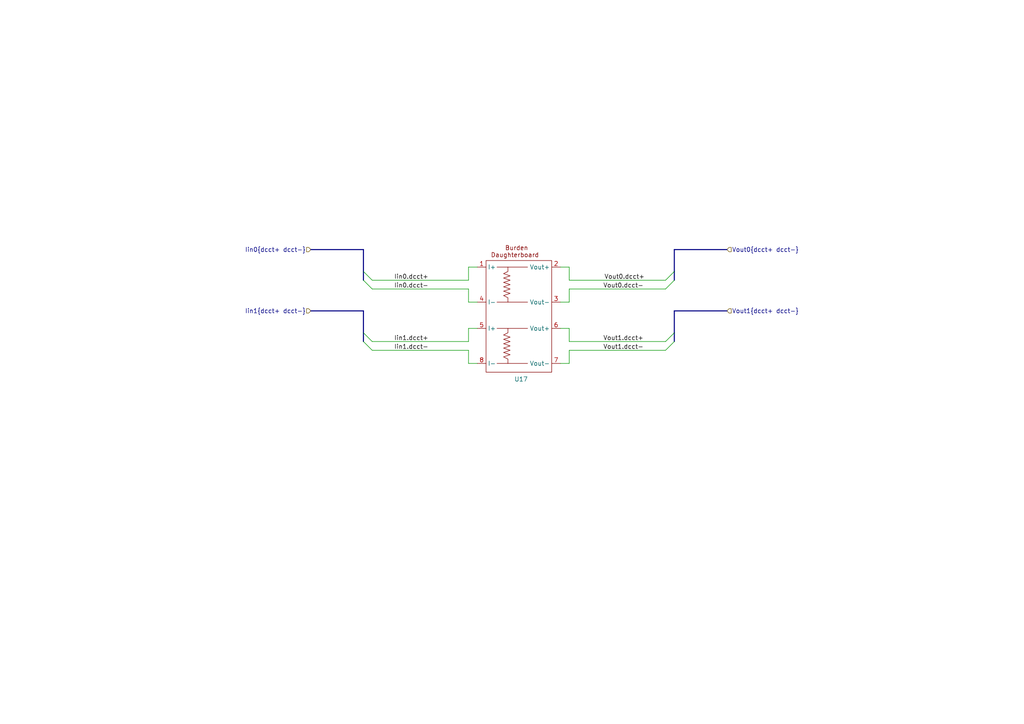
<source format=kicad_sch>
(kicad_sch (version 20250114) (generator "eeschema") (generator_version "9.0")
  (paper "A4")
  (lib_symbols
    (symbol "psc:burden"
      (property "Reference" "U" (at 17.018 -34.544 0))
      (symbol "burden_0_1"
        (rectangle (start 0 -0.635) (end 19.05 -33.02))
        (polyline (pts (xy 3.175 -2.54) (xy 6.35 -2.54) (xy 6.35 -3.81) (xy 5.08 -4.445) (xy 6.985 -5.08) (xy 5.08 -5.715) (xy 6.985 -6.35) (xy 5.08 -6.985) (xy 6.985 -7.62) (xy 5.08 -8.255) (xy 6.985 -8.89) (xy 5.08 -9.525) (xy 6.985 -10.16) (xy 5.08 -10.795) (xy 6.35 -11.43) (xy 6.35 -12.7) (xy 3.175 -12.7)))
        (polyline (pts (xy 3.175 -20.32) (xy 6.35 -20.32) (xy 6.35 -21.59) (xy 5.08 -22.225) (xy 6.985 -22.86) (xy 5.08 -23.495) (xy 6.985 -24.13) (xy 5.08 -24.765) (xy 6.985 -25.4) (xy 5.08 -26.035) (xy 6.985 -26.67) (xy 5.08 -27.305) (xy 6.985 -27.94) (xy 5.08 -28.575) (xy 6.35 -29.21) (xy 6.35 -30.48) (xy 3.175 -30.48)))
        (polyline (pts (xy 6.35 -2.54) (xy 12.065 -2.54)))
        (polyline (pts (xy 6.35 -12.7) (xy 12.065 -12.7)))
        (polyline (pts (xy 6.35 -20.32) (xy 12.065 -20.32)))
        (polyline (pts (xy 6.35 -30.48) (xy 12.065 -30.48)))
      )
      (symbol "burden_1_1"
        (text " \n Burden\nDaughterboard" (at 8.382 3.048 0) (effects (font (size 1.27 1.27))))
        (pin input line (at -2.54 -2.54 0) (length 2.54) (name "I+") (number "1"))
        (pin input line (at -2.54 -12.7 0) (length 2.54) (name "I-") (number "4"))
        (pin input line (at -2.54 -20.32 0) (length 2.54) (name "I+") (number "5"))
        (pin input line (at -2.54 -30.48 0) (length 2.54) (name "I-") (number "8"))
        (pin output line (at 21.59 -2.54 180) (length 2.54) (name "Vout+") (number "2"))
        (pin output line (at 21.59 -12.7 180) (length 2.54) (name "Vout-") (number "3"))
        (pin output line (at 21.59 -20.32 180) (length 2.54) (name "Vout+") (number "6"))
        (pin output line (at 21.59 -30.48 180) (length 2.54) (name "Vout-") (number "7"))
      )
    )
  )
  (bus_entry (at 105.41 99.06) (size 2.54 2.54))
  (bus_entry (at 105.41 78.74) (size 2.54 2.54))
  (bus_entry (at 105.41 81.28) (size 2.54 2.54))
  (bus_entry (at 195.58 99.06) (size -2.54 2.54))
  (bus_entry (at 195.58 96.52) (size -2.54 2.54))
  (bus_entry (at 195.58 81.28) (size -2.54 2.54))
  (bus_entry (at 105.41 96.52) (size 2.54 2.54))
  (bus_entry (at 195.58 78.74) (size -2.54 2.54))
  (wire (pts (xy 165.1 105.41) (xy 162.56 105.41)))
  (wire (pts (xy 165.1 81.28) (xy 193.04 81.28)))
  (wire (pts (xy 165.1 99.06) (xy 165.1 95.25)))
  (wire (pts (xy 107.95 81.28) (xy 135.89 81.28)))
  (wire (pts (xy 107.95 99.06) (xy 135.89 99.06)))
  (bus (pts (xy 105.41 78.74) (xy 105.41 81.28)))
  (bus (pts (xy 195.58 90.17) (xy 195.58 96.52)))
  (bus (pts (xy 90.17 72.39) (xy 105.41 72.39)))
  (bus (pts (xy 195.58 72.39) (xy 195.58 78.74)))
  (wire (pts (xy 135.89 105.41) (xy 138.43 105.41)))
  (wire (pts (xy 135.89 87.63) (xy 138.43 87.63)))
  (bus (pts (xy 195.58 78.74) (xy 195.58 81.28)))
  (bus (pts (xy 105.41 90.17) (xy 105.41 96.52)))
  (wire (pts (xy 135.89 83.82) (xy 135.89 87.63)))
  (wire (pts (xy 193.04 83.82) (xy 165.1 83.82)))
  (bus (pts (xy 195.58 96.52) (xy 195.58 99.06)))
  (bus (pts (xy 105.41 96.52) (xy 105.41 99.06)))
  (wire (pts (xy 193.04 101.6) (xy 165.1 101.6)))
  (wire (pts (xy 107.95 83.82) (xy 135.89 83.82)))
  (wire (pts (xy 135.89 101.6) (xy 135.89 105.41)))
  (wire (pts (xy 165.1 81.28) (xy 165.1 77.47)))
  (wire (pts (xy 135.89 81.28) (xy 135.89 77.47)))
  (wire (pts (xy 135.89 99.06) (xy 135.89 95.25)))
  (bus (pts (xy 90.17 90.17) (xy 105.41 90.17)))
  (wire (pts (xy 193.04 99.06) (xy 165.1 99.06)))
  (wire (pts (xy 165.1 87.63) (xy 162.56 87.63)))
  (bus (pts (xy 210.82 72.39) (xy 195.58 72.39)))
  (wire (pts (xy 107.95 101.6) (xy 135.89 101.6)))
  (wire (pts (xy 165.1 95.25) (xy 162.56 95.25)))
  (wire (pts (xy 165.1 101.6) (xy 165.1 105.41)))
  (bus (pts (xy 105.41 72.39) (xy 105.41 78.74)))
  (wire (pts (xy 165.1 83.82) (xy 165.1 87.63)))
  (wire (pts (xy 135.89 95.25) (xy 138.43 95.25)))
  (wire (pts (xy 165.1 77.47) (xy 162.56 77.47)))
  (wire (pts (xy 135.89 77.47) (xy 138.43 77.47)))
  (bus (pts (xy 210.82 90.17) (xy 195.58 90.17)))
  (label "Iin0.dcct+" (at 114.3 81.28 0))
  (label "Vout0.dcct+" (at 175.26 81.28 0))
  (label "Vout1.dcct-" (at 186.69 101.6 180))
  (label "Iin0.dcct-" (at 114.3 83.82 0))
  (label "Iin1.dcct+" (at 114.3 99.06 0))
  (label "Iin1.dcct-" (at 114.3 101.6 0))
  (label "Vout1.dcct+" (at 186.69 99.06 180))
  (label "Vout0.dcct-" (at 186.69 83.82 180))
  (hierarchical_label "Iin0{dcct+ dcct-}" (shape input) (at 90.17 72.39 180))
  (hierarchical_label "Vout1{dcct+ dcct-}" (shape input) (at 210.82 90.17 0))
  (hierarchical_label "Vout0{dcct+ dcct-}" (shape input) (at 210.82 72.39 0))
  (hierarchical_label "Iin1{dcct+ dcct-}" (shape input) (at 90.17 90.17 180))
  (symbol (lib_id "psc:burden") (at 140.97 74.93 0) (unit 1)
    (property "Reference" "U15" (at 151.13 109.982 0))
    (property "Value" "Burden" (effects (hide yes)))
    (property "Footprint" "myparts:burden" (effects (hide yes)))
    (property "Description" "Burden Resistor Daughterboard" (effects (hide yes)))
    (property "MFG" "BNL" (effects (hide yes)))
    (property "MFG_PN" "BNL" (effects (hide yes)))
    (instances (project "psc_carrier_brd" (path "" (reference "U17") (unit 1)) (path "" (reference "U18") (unit 1)) (path "" (reference "U15") (unit 1)) (path "" (reference "U16") (unit 1))))
  )
)
</source>
